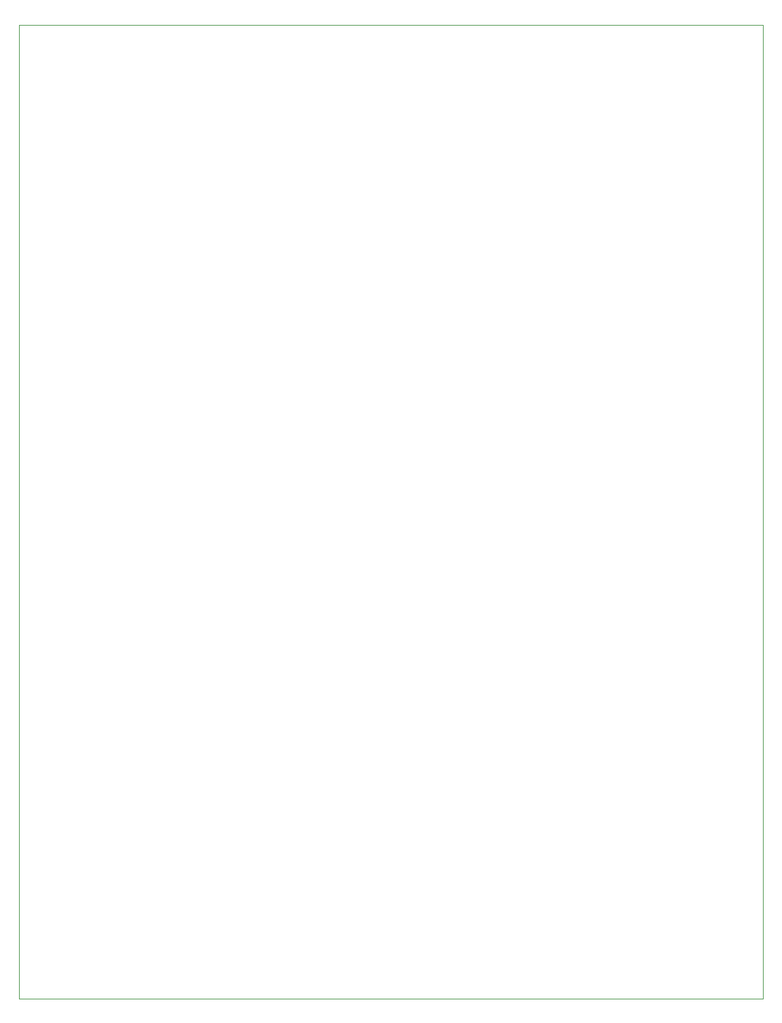
<source format=gbr>
%TF.GenerationSoftware,KiCad,Pcbnew,(5.1.9)-1*%
%TF.CreationDate,2021-10-01T12:29:47+01:00*%
%TF.ProjectId,KOSMOS Function Generator,4b4f534d-4f53-4204-9675-6e6374696f6e,rev?*%
%TF.SameCoordinates,Original*%
%TF.FileFunction,Other,Comment*%
%FSLAX46Y46*%
G04 Gerber Fmt 4.6, Leading zero omitted, Abs format (unit mm)*
G04 Created by KiCad (PCBNEW (5.1.9)-1) date 2021-10-01 12:29:47*
%MOMM*%
%LPD*%
G01*
G04 APERTURE LIST*
%TA.AperFunction,Profile*%
%ADD10C,0.050000*%
%TD*%
G04 APERTURE END LIST*
D10*
X19430000Y-142240000D02*
X19430000Y-16680000D01*
X115400000Y-142240000D02*
X19430000Y-142240000D01*
X115400000Y-16680000D02*
X115400000Y-142240000D01*
X19430000Y-16680000D02*
X115400000Y-16680000D01*
M02*

</source>
